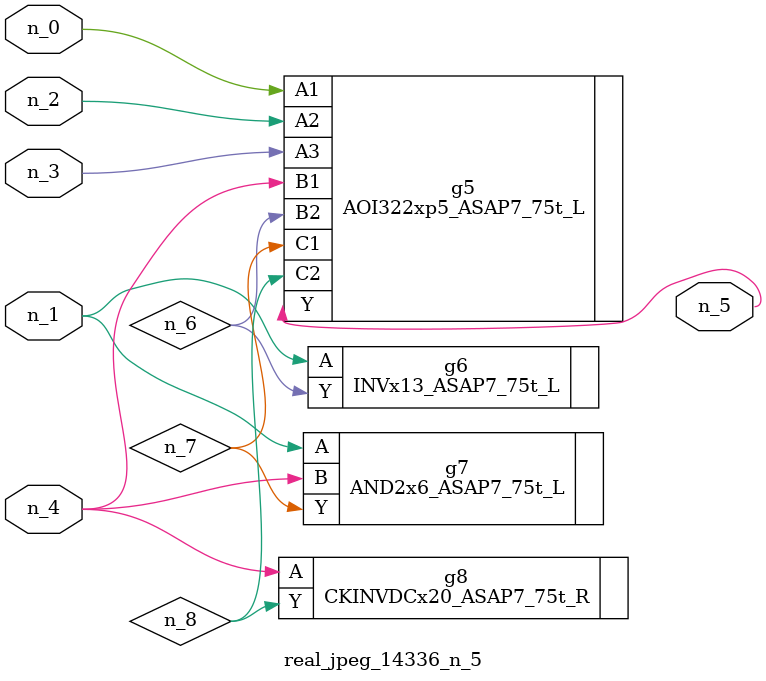
<source format=v>
module real_jpeg_14336_n_5 (n_4, n_0, n_1, n_2, n_3, n_5);

input n_4;
input n_0;
input n_1;
input n_2;
input n_3;

output n_5;

wire n_8;
wire n_6;
wire n_7;

AOI322xp5_ASAP7_75t_L g5 ( 
.A1(n_0),
.A2(n_2),
.A3(n_3),
.B1(n_4),
.B2(n_6),
.C1(n_7),
.C2(n_8),
.Y(n_5)
);

INVx13_ASAP7_75t_L g6 ( 
.A(n_1),
.Y(n_6)
);

AND2x6_ASAP7_75t_L g7 ( 
.A(n_1),
.B(n_4),
.Y(n_7)
);

CKINVDCx20_ASAP7_75t_R g8 ( 
.A(n_4),
.Y(n_8)
);


endmodule
</source>
